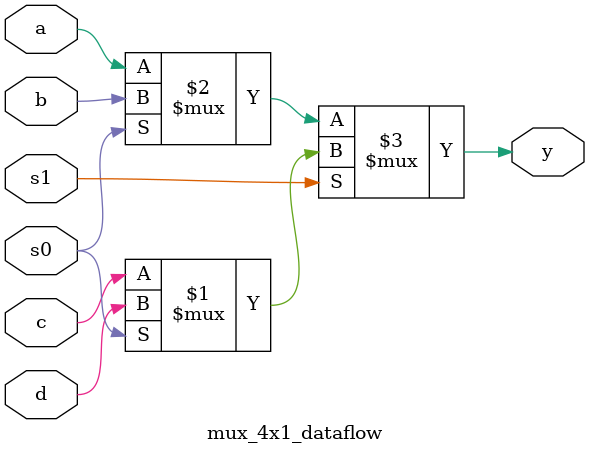
<source format=v>
`timescale 10ns/10ps
module mux_4x1_dataflow (a,b,c,d,s0,s1,y);  

input a,b,c,d,s0,s1;
output y; 

assign y = s1 ? (s0 ? d : c) : (s0 ? b : a); 

endmodule
</source>
